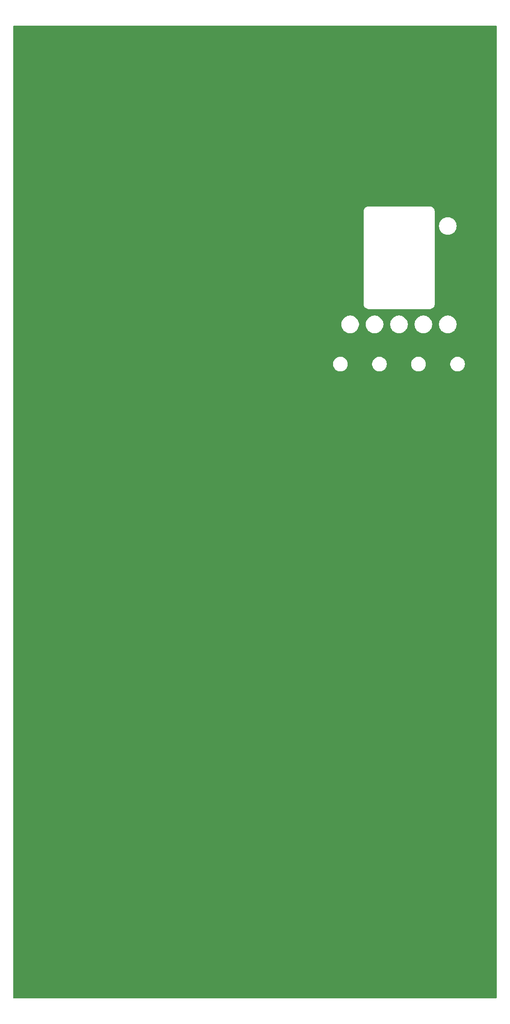
<source format=gtl>
G04 #@! TF.GenerationSoftware,KiCad,Pcbnew,8.0.3*
G04 #@! TF.CreationDate,2024-09-16T16:37:34+02:00*
G04 #@! TF.ProjectId,DMH_VCO_40106_PANEL,444d485f-5643-44f5-9f34-303130365f50,1*
G04 #@! TF.SameCoordinates,Original*
G04 #@! TF.FileFunction,Copper,L1,Top*
G04 #@! TF.FilePolarity,Positive*
%FSLAX46Y46*%
G04 Gerber Fmt 4.6, Leading zero omitted, Abs format (unit mm)*
G04 Created by KiCad (PCBNEW 8.0.3) date 2024-09-16 16:37:34*
%MOMM*%
%LPD*%
G01*
G04 APERTURE LIST*
G04 #@! TA.AperFunction,ComponentPad*
%ADD10C,0.500000*%
G04 #@! TD*
G04 #@! TA.AperFunction,ConnectorPad*
%ADD11C,12.000000*%
G04 #@! TD*
G04 #@! TA.AperFunction,ComponentPad*
%ADD12O,2.500000X1.500000*%
G04 #@! TD*
G04 #@! TA.AperFunction,ComponentPad*
%ADD13C,4.000000*%
G04 #@! TD*
G04 #@! TA.AperFunction,ComponentPad*
%ADD14C,2.900000*%
G04 #@! TD*
G04 #@! TA.AperFunction,ComponentPad*
%ADD15C,13.000000*%
G04 #@! TD*
G04 APERTURE END LIST*
D10*
X56800000Y-228750000D03*
X58460000Y-224720000D03*
X58470000Y-232790000D03*
X62500000Y-223050000D03*
D11*
X62500000Y-228750000D03*
D10*
X62500000Y-234450000D03*
X66530000Y-232790000D03*
X66540000Y-224720000D03*
X68200000Y-228750000D03*
X131800000Y-206250000D03*
X133460000Y-202220000D03*
X133470000Y-210290000D03*
X137500000Y-200550000D03*
D11*
X137500000Y-206250000D03*
D10*
X137500000Y-211950000D03*
X141530000Y-210290000D03*
X141540000Y-202220000D03*
X143200000Y-206250000D03*
X81800000Y-206250000D03*
X83460000Y-202220000D03*
X83470000Y-210290000D03*
X87500000Y-200550000D03*
D11*
X87500000Y-206250000D03*
D10*
X87500000Y-211950000D03*
X91530000Y-210290000D03*
X91540000Y-202220000D03*
X93200000Y-206250000D03*
X56800000Y-206250000D03*
X58460000Y-202220000D03*
X58470000Y-210290000D03*
X62500000Y-200550000D03*
D11*
X62500000Y-206250000D03*
D10*
X62500000Y-211950000D03*
X66530000Y-210290000D03*
X66540000Y-202220000D03*
X68200000Y-206250000D03*
X106800000Y-206250000D03*
X108460000Y-202220000D03*
X108470000Y-210290000D03*
X112500000Y-200550000D03*
D11*
X112500000Y-206250000D03*
D10*
X112500000Y-211950000D03*
X116530000Y-210290000D03*
X116540000Y-202220000D03*
X118200000Y-206250000D03*
X81800000Y-228750000D03*
X83460000Y-224720000D03*
X83470000Y-232790000D03*
X87500000Y-223050000D03*
D11*
X87500000Y-228750000D03*
D10*
X87500000Y-234450000D03*
X91530000Y-232790000D03*
X91540000Y-224720000D03*
X93200000Y-228750000D03*
X56800000Y-183750000D03*
X58460000Y-179720000D03*
X58470000Y-187790000D03*
X62500000Y-178050000D03*
D11*
X62500000Y-183750000D03*
D10*
X62500000Y-189450000D03*
X66530000Y-187790000D03*
X66540000Y-179720000D03*
X68200000Y-183750000D03*
X106800000Y-228750000D03*
X108460000Y-224720000D03*
X108470000Y-232790000D03*
X112500000Y-223050000D03*
D11*
X112500000Y-228750000D03*
D10*
X112500000Y-234450000D03*
X116530000Y-232790000D03*
X116540000Y-224720000D03*
X118200000Y-228750000D03*
D11*
X87500000Y-183750000D03*
D12*
X87500000Y-189750000D03*
D11*
X81000000Y-92000000D03*
D12*
X81000000Y-98000000D03*
D13*
X54000000Y-246000000D03*
X146000000Y-54000000D03*
D11*
X131500000Y-146000000D03*
D12*
X131500000Y-152000000D03*
D13*
X54000000Y-54000000D03*
D11*
X137500000Y-183750000D03*
D12*
X137500000Y-189750000D03*
D14*
X139500000Y-65600000D03*
D15*
X139500000Y-72000000D03*
D13*
X146000000Y-246000000D03*
D14*
X62500000Y-139600000D03*
D15*
X62500000Y-146000000D03*
D11*
X93500000Y-146000000D03*
D12*
X93500000Y-152000000D03*
D14*
X119500000Y-65600000D03*
D15*
X119500000Y-72000000D03*
D11*
X112500000Y-183750000D03*
D12*
X112500000Y-189750000D03*
D10*
X131800000Y-228750000D03*
X133460000Y-224720000D03*
X133470000Y-232790000D03*
X137500000Y-223050000D03*
D11*
X137500000Y-228750000D03*
D10*
X137500000Y-234450000D03*
X141530000Y-232790000D03*
X141540000Y-224720000D03*
X143200000Y-228750000D03*
G04 #@! TA.AperFunction,Conductor*
G36*
X149442539Y-50520185D02*
G01*
X149488294Y-50572989D01*
X149499500Y-50624500D01*
X149499500Y-249375500D01*
X149479815Y-249442539D01*
X149427011Y-249488294D01*
X149375500Y-249499500D01*
X50624500Y-249499500D01*
X50557461Y-249479815D01*
X50511706Y-249427011D01*
X50500500Y-249375500D01*
X50500500Y-228749993D01*
X57094630Y-228749993D01*
X57094630Y-228750006D01*
X57114101Y-229208394D01*
X57172381Y-229663513D01*
X57269043Y-230112028D01*
X57403399Y-230550746D01*
X57403401Y-230550751D01*
X57574468Y-230976468D01*
X57574472Y-230976479D01*
X57781026Y-231386154D01*
X57781037Y-231386174D01*
X57901317Y-231581521D01*
X58021599Y-231776871D01*
X58294429Y-232145762D01*
X58597560Y-232490186D01*
X58928809Y-232807662D01*
X59285788Y-233095902D01*
X59665925Y-233352830D01*
X60066482Y-233576595D01*
X60066485Y-233576596D01*
X60066494Y-233576601D01*
X60484566Y-233765581D01*
X60484573Y-233765584D01*
X60917185Y-233918435D01*
X61361201Y-234034048D01*
X61813422Y-234111589D01*
X61954946Y-234123634D01*
X62270571Y-234150499D01*
X62270588Y-234150499D01*
X62270590Y-234150500D01*
X62270591Y-234150500D01*
X62729409Y-234150500D01*
X62729410Y-234150500D01*
X62729411Y-234150499D01*
X62729428Y-234150499D01*
X63001523Y-234127339D01*
X63186578Y-234111589D01*
X63638799Y-234034048D01*
X64082815Y-233918435D01*
X64515427Y-233765584D01*
X64933518Y-233576595D01*
X65334075Y-233352830D01*
X65714212Y-233095902D01*
X66071191Y-232807662D01*
X66402440Y-232490186D01*
X66705571Y-232145762D01*
X66978401Y-231776871D01*
X67218964Y-231386172D01*
X67425527Y-230976479D01*
X67596601Y-230550744D01*
X67730955Y-230112035D01*
X67827619Y-229663512D01*
X67885897Y-229208407D01*
X67905370Y-228750000D01*
X67905370Y-228749993D01*
X82094630Y-228749993D01*
X82094630Y-228750006D01*
X82114101Y-229208394D01*
X82172381Y-229663513D01*
X82269043Y-230112028D01*
X82403399Y-230550746D01*
X82403401Y-230550751D01*
X82574468Y-230976468D01*
X82574472Y-230976479D01*
X82781026Y-231386154D01*
X82781037Y-231386174D01*
X82901317Y-231581521D01*
X83021599Y-231776871D01*
X83294429Y-232145762D01*
X83597560Y-232490186D01*
X83928809Y-232807662D01*
X84285788Y-233095902D01*
X84665925Y-233352830D01*
X85066482Y-233576595D01*
X85066485Y-233576596D01*
X85066494Y-233576601D01*
X85484566Y-233765581D01*
X85484573Y-233765584D01*
X85917185Y-233918435D01*
X86361201Y-234034048D01*
X86813422Y-234111589D01*
X86954946Y-234123634D01*
X87270571Y-234150499D01*
X87270588Y-234150499D01*
X87270590Y-234150500D01*
X87270591Y-234150500D01*
X87729409Y-234150500D01*
X87729410Y-234150500D01*
X87729411Y-234150499D01*
X87729428Y-234150499D01*
X88001523Y-234127339D01*
X88186578Y-234111589D01*
X88638799Y-234034048D01*
X89082815Y-233918435D01*
X89515427Y-233765584D01*
X89933518Y-233576595D01*
X90334075Y-233352830D01*
X90714212Y-233095902D01*
X91071191Y-232807662D01*
X91402440Y-232490186D01*
X91705571Y-232145762D01*
X91978401Y-231776871D01*
X92218964Y-231386172D01*
X92425527Y-230976479D01*
X92596601Y-230550744D01*
X92730955Y-230112035D01*
X92827619Y-229663512D01*
X92885897Y-229208407D01*
X92905370Y-228750000D01*
X92905370Y-228749993D01*
X107094630Y-228749993D01*
X107094630Y-228750006D01*
X107114101Y-229208394D01*
X107172381Y-229663513D01*
X107269043Y-230112028D01*
X107403399Y-230550746D01*
X107403401Y-230550751D01*
X107574468Y-230976468D01*
X107574472Y-230976479D01*
X107781026Y-231386154D01*
X107781037Y-231386174D01*
X107901317Y-231581521D01*
X108021599Y-231776871D01*
X108294429Y-232145762D01*
X108597560Y-232490186D01*
X108928809Y-232807662D01*
X109285788Y-233095902D01*
X109665925Y-233352830D01*
X110066482Y-233576595D01*
X110066485Y-233576596D01*
X110066494Y-233576601D01*
X110484566Y-233765581D01*
X110484573Y-233765584D01*
X110917185Y-233918435D01*
X111361201Y-234034048D01*
X111813422Y-234111589D01*
X111954946Y-234123634D01*
X112270571Y-234150499D01*
X112270588Y-234150499D01*
X112270590Y-234150500D01*
X112270591Y-234150500D01*
X112729409Y-234150500D01*
X112729410Y-234150500D01*
X112729411Y-234150499D01*
X112729428Y-234150499D01*
X113001523Y-234127339D01*
X113186578Y-234111589D01*
X113638799Y-234034048D01*
X114082815Y-233918435D01*
X114515427Y-233765584D01*
X114933518Y-233576595D01*
X115334075Y-233352830D01*
X115714212Y-233095902D01*
X116071191Y-232807662D01*
X116402440Y-232490186D01*
X116705571Y-232145762D01*
X116978401Y-231776871D01*
X117218964Y-231386172D01*
X117425527Y-230976479D01*
X117596601Y-230550744D01*
X117730955Y-230112035D01*
X117827619Y-229663512D01*
X117885897Y-229208407D01*
X117905370Y-228750000D01*
X117905370Y-228749993D01*
X132094630Y-228749993D01*
X132094630Y-228750006D01*
X132114101Y-229208394D01*
X132172381Y-229663513D01*
X132269043Y-230112028D01*
X132403399Y-230550746D01*
X132403401Y-230550751D01*
X132574468Y-230976468D01*
X132574472Y-230976479D01*
X132781026Y-231386154D01*
X132781037Y-231386174D01*
X132901317Y-231581521D01*
X133021599Y-231776871D01*
X133294429Y-232145762D01*
X133597560Y-232490186D01*
X133928809Y-232807662D01*
X134285788Y-233095902D01*
X134665925Y-233352830D01*
X135066482Y-233576595D01*
X135066485Y-233576596D01*
X135066494Y-233576601D01*
X135484566Y-233765581D01*
X135484573Y-233765584D01*
X135917185Y-233918435D01*
X136361201Y-234034048D01*
X136813422Y-234111589D01*
X136954946Y-234123634D01*
X137270571Y-234150499D01*
X137270588Y-234150499D01*
X137270590Y-234150500D01*
X137270591Y-234150500D01*
X137729409Y-234150500D01*
X137729410Y-234150500D01*
X137729411Y-234150499D01*
X137729428Y-234150499D01*
X138001523Y-234127339D01*
X138186578Y-234111589D01*
X138638799Y-234034048D01*
X139082815Y-233918435D01*
X139515427Y-233765584D01*
X139933518Y-233576595D01*
X140334075Y-233352830D01*
X140714212Y-233095902D01*
X141071191Y-232807662D01*
X141402440Y-232490186D01*
X141705571Y-232145762D01*
X141978401Y-231776871D01*
X142218964Y-231386172D01*
X142425527Y-230976479D01*
X142596601Y-230550744D01*
X142730955Y-230112035D01*
X142827619Y-229663512D01*
X142885897Y-229208407D01*
X142905370Y-228750000D01*
X142885897Y-228291593D01*
X142827619Y-227836488D01*
X142730955Y-227387965D01*
X142596601Y-226949256D01*
X142425527Y-226523521D01*
X142425527Y-226523520D01*
X142218973Y-226113845D01*
X142218962Y-226113825D01*
X142167601Y-226030410D01*
X141978401Y-225723129D01*
X141705571Y-225354238D01*
X141402440Y-225009814D01*
X141071191Y-224692338D01*
X140714212Y-224404098D01*
X140334075Y-224147170D01*
X140311723Y-224134683D01*
X139933526Y-223923409D01*
X139933505Y-223923398D01*
X139515433Y-223734418D01*
X139082810Y-223581563D01*
X138638797Y-223465951D01*
X138186588Y-223388412D01*
X138186562Y-223388409D01*
X137729428Y-223349500D01*
X137729410Y-223349500D01*
X137270590Y-223349500D01*
X137270571Y-223349500D01*
X136813437Y-223388409D01*
X136813411Y-223388412D01*
X136361202Y-223465951D01*
X135917189Y-223581563D01*
X135484566Y-223734418D01*
X135066494Y-223923398D01*
X135066473Y-223923409D01*
X134665933Y-224147165D01*
X134665914Y-224147177D01*
X134285793Y-224404094D01*
X133928806Y-224692340D01*
X133597559Y-225009814D01*
X133294435Y-225354230D01*
X133021598Y-225723130D01*
X132781037Y-226113825D01*
X132781026Y-226113845D01*
X132574472Y-226523520D01*
X132574468Y-226523531D01*
X132403401Y-226949248D01*
X132403399Y-226949253D01*
X132269043Y-227387971D01*
X132172381Y-227836486D01*
X132114101Y-228291605D01*
X132094630Y-228749993D01*
X117905370Y-228749993D01*
X117885897Y-228291593D01*
X117827619Y-227836488D01*
X117730955Y-227387965D01*
X117596601Y-226949256D01*
X117425527Y-226523521D01*
X117425527Y-226523520D01*
X117218973Y-226113845D01*
X117218962Y-226113825D01*
X117167601Y-226030410D01*
X116978401Y-225723129D01*
X116705571Y-225354238D01*
X116402440Y-225009814D01*
X116071191Y-224692338D01*
X115714212Y-224404098D01*
X115334075Y-224147170D01*
X115311723Y-224134683D01*
X114933526Y-223923409D01*
X114933505Y-223923398D01*
X114515433Y-223734418D01*
X114082810Y-223581563D01*
X113638797Y-223465951D01*
X113186588Y-223388412D01*
X113186562Y-223388409D01*
X112729428Y-223349500D01*
X112729410Y-223349500D01*
X112270590Y-223349500D01*
X112270571Y-223349500D01*
X111813437Y-223388409D01*
X111813411Y-223388412D01*
X111361202Y-223465951D01*
X110917189Y-223581563D01*
X110484566Y-223734418D01*
X110066494Y-223923398D01*
X110066473Y-223923409D01*
X109665933Y-224147165D01*
X109665914Y-224147177D01*
X109285793Y-224404094D01*
X108928806Y-224692340D01*
X108597559Y-225009814D01*
X108294435Y-225354230D01*
X108021598Y-225723130D01*
X107781037Y-226113825D01*
X107781026Y-226113845D01*
X107574472Y-226523520D01*
X107574468Y-226523531D01*
X107403401Y-226949248D01*
X107403399Y-226949253D01*
X107269043Y-227387971D01*
X107172381Y-227836486D01*
X107114101Y-228291605D01*
X107094630Y-228749993D01*
X92905370Y-228749993D01*
X92885897Y-228291593D01*
X92827619Y-227836488D01*
X92730955Y-227387965D01*
X92596601Y-226949256D01*
X92425527Y-226523521D01*
X92425527Y-226523520D01*
X92218973Y-226113845D01*
X92218962Y-226113825D01*
X92167601Y-226030410D01*
X91978401Y-225723129D01*
X91705571Y-225354238D01*
X91402440Y-225009814D01*
X91071191Y-224692338D01*
X90714212Y-224404098D01*
X90334075Y-224147170D01*
X90311723Y-224134683D01*
X89933526Y-223923409D01*
X89933505Y-223923398D01*
X89515433Y-223734418D01*
X89082810Y-223581563D01*
X88638797Y-223465951D01*
X88186588Y-223388412D01*
X88186562Y-223388409D01*
X87729428Y-223349500D01*
X87729410Y-223349500D01*
X87270590Y-223349500D01*
X87270571Y-223349500D01*
X86813437Y-223388409D01*
X86813411Y-223388412D01*
X86361202Y-223465951D01*
X85917189Y-223581563D01*
X85484566Y-223734418D01*
X85066494Y-223923398D01*
X85066473Y-223923409D01*
X84665933Y-224147165D01*
X84665914Y-224147177D01*
X84285793Y-224404094D01*
X83928806Y-224692340D01*
X83597559Y-225009814D01*
X83294435Y-225354230D01*
X83021598Y-225723130D01*
X82781037Y-226113825D01*
X82781026Y-226113845D01*
X82574472Y-226523520D01*
X82574468Y-226523531D01*
X82403401Y-226949248D01*
X82403399Y-226949253D01*
X82269043Y-227387971D01*
X82172381Y-227836486D01*
X82114101Y-228291605D01*
X82094630Y-228749993D01*
X67905370Y-228749993D01*
X67885897Y-228291593D01*
X67827619Y-227836488D01*
X67730955Y-227387965D01*
X67596601Y-226949256D01*
X67425527Y-226523521D01*
X67425527Y-226523520D01*
X67218973Y-226113845D01*
X67218962Y-226113825D01*
X67167601Y-226030410D01*
X66978401Y-225723129D01*
X66705571Y-225354238D01*
X66402440Y-225009814D01*
X66071191Y-224692338D01*
X65714212Y-224404098D01*
X65334075Y-224147170D01*
X65311723Y-224134683D01*
X64933526Y-223923409D01*
X64933505Y-223923398D01*
X64515433Y-223734418D01*
X64082810Y-223581563D01*
X63638797Y-223465951D01*
X63186588Y-223388412D01*
X63186562Y-223388409D01*
X62729428Y-223349500D01*
X62729410Y-223349500D01*
X62270590Y-223349500D01*
X62270571Y-223349500D01*
X61813437Y-223388409D01*
X61813411Y-223388412D01*
X61361202Y-223465951D01*
X60917189Y-223581563D01*
X60484566Y-223734418D01*
X60066494Y-223923398D01*
X60066473Y-223923409D01*
X59665933Y-224147165D01*
X59665914Y-224147177D01*
X59285793Y-224404094D01*
X58928806Y-224692340D01*
X58597559Y-225009814D01*
X58294435Y-225354230D01*
X58021598Y-225723130D01*
X57781037Y-226113825D01*
X57781026Y-226113845D01*
X57574472Y-226523520D01*
X57574468Y-226523531D01*
X57403401Y-226949248D01*
X57403399Y-226949253D01*
X57269043Y-227387971D01*
X57172381Y-227836486D01*
X57114101Y-228291605D01*
X57094630Y-228749993D01*
X50500500Y-228749993D01*
X50500500Y-206249993D01*
X57094630Y-206249993D01*
X57094630Y-206250006D01*
X57114101Y-206708394D01*
X57172381Y-207163513D01*
X57269043Y-207612028D01*
X57403399Y-208050746D01*
X57403401Y-208050751D01*
X57574468Y-208476468D01*
X57574472Y-208476479D01*
X57781026Y-208886154D01*
X57781037Y-208886174D01*
X57901317Y-209081521D01*
X58021599Y-209276871D01*
X58294429Y-209645762D01*
X58597560Y-209990186D01*
X58928809Y-210307662D01*
X59285788Y-210595902D01*
X59665925Y-210852830D01*
X60066482Y-211076595D01*
X60066485Y-211076596D01*
X60066494Y-211076601D01*
X60484566Y-211265581D01*
X60484573Y-211265584D01*
X60917185Y-211418435D01*
X61361201Y-211534048D01*
X61813422Y-211611589D01*
X61954946Y-211623634D01*
X62270571Y-211650499D01*
X62270588Y-211650499D01*
X62270590Y-211650500D01*
X62270591Y-211650500D01*
X62729409Y-211650500D01*
X62729410Y-211650500D01*
X62729411Y-211650499D01*
X62729428Y-211650499D01*
X63001523Y-211627339D01*
X63186578Y-211611589D01*
X63638799Y-211534048D01*
X64082815Y-211418435D01*
X64515427Y-211265584D01*
X64933518Y-211076595D01*
X65334075Y-210852830D01*
X65714212Y-210595902D01*
X66071191Y-210307662D01*
X66402440Y-209990186D01*
X66705571Y-209645762D01*
X66978401Y-209276871D01*
X67218964Y-208886172D01*
X67425527Y-208476479D01*
X67596601Y-208050744D01*
X67730955Y-207612035D01*
X67827619Y-207163512D01*
X67885897Y-206708407D01*
X67905370Y-206250000D01*
X67905370Y-206249993D01*
X82094630Y-206249993D01*
X82094630Y-206250006D01*
X82114101Y-206708394D01*
X82172381Y-207163513D01*
X82269043Y-207612028D01*
X82403399Y-208050746D01*
X82403401Y-208050751D01*
X82574468Y-208476468D01*
X82574472Y-208476479D01*
X82781026Y-208886154D01*
X82781037Y-208886174D01*
X82901317Y-209081521D01*
X83021599Y-209276871D01*
X83294429Y-209645762D01*
X83597560Y-209990186D01*
X83928809Y-210307662D01*
X84285788Y-210595902D01*
X84665925Y-210852830D01*
X85066482Y-211076595D01*
X85066485Y-211076596D01*
X85066494Y-211076601D01*
X85484566Y-211265581D01*
X85484573Y-211265584D01*
X85917185Y-211418435D01*
X86361201Y-211534048D01*
X86813422Y-211611589D01*
X86954946Y-211623634D01*
X87270571Y-211650499D01*
X87270588Y-211650499D01*
X87270590Y-211650500D01*
X87270591Y-211650500D01*
X87729409Y-211650500D01*
X87729410Y-211650500D01*
X87729411Y-211650499D01*
X87729428Y-211650499D01*
X88001523Y-211627339D01*
X88186578Y-211611589D01*
X88638799Y-211534048D01*
X89082815Y-211418435D01*
X89515427Y-211265584D01*
X89933518Y-211076595D01*
X90334075Y-210852830D01*
X90714212Y-210595902D01*
X91071191Y-210307662D01*
X91402440Y-209990186D01*
X91705571Y-209645762D01*
X91978401Y-209276871D01*
X92218964Y-208886172D01*
X92425527Y-208476479D01*
X92596601Y-208050744D01*
X92730955Y-207612035D01*
X92827619Y-207163512D01*
X92885897Y-206708407D01*
X92905370Y-206250000D01*
X92905370Y-206249993D01*
X107094630Y-206249993D01*
X107094630Y-206250006D01*
X107114101Y-206708394D01*
X107172381Y-207163513D01*
X107269043Y-207612028D01*
X107403399Y-208050746D01*
X107403401Y-208050751D01*
X107574468Y-208476468D01*
X107574472Y-208476479D01*
X107781026Y-208886154D01*
X107781037Y-208886174D01*
X107901317Y-209081521D01*
X108021599Y-209276871D01*
X108294429Y-209645762D01*
X108597560Y-209990186D01*
X108928809Y-210307662D01*
X109285788Y-210595902D01*
X109665925Y-210852830D01*
X110066482Y-211076595D01*
X110066485Y-211076596D01*
X110066494Y-211076601D01*
X110484566Y-211265581D01*
X110484573Y-211265584D01*
X110917185Y-211418435D01*
X111361201Y-211534048D01*
X111813422Y-211611589D01*
X111954946Y-211623634D01*
X112270571Y-211650499D01*
X112270588Y-211650499D01*
X112270590Y-211650500D01*
X112270591Y-211650500D01*
X112729409Y-211650500D01*
X112729410Y-211650500D01*
X112729411Y-211650499D01*
X112729428Y-211650499D01*
X113001523Y-211627339D01*
X113186578Y-211611589D01*
X113638799Y-211534048D01*
X114082815Y-211418435D01*
X114515427Y-211265584D01*
X114933518Y-211076595D01*
X115334075Y-210852830D01*
X115714212Y-210595902D01*
X116071191Y-210307662D01*
X116402440Y-209990186D01*
X116705571Y-209645762D01*
X116978401Y-209276871D01*
X117218964Y-208886172D01*
X117425527Y-208476479D01*
X117596601Y-208050744D01*
X117730955Y-207612035D01*
X117827619Y-207163512D01*
X117885897Y-206708407D01*
X117905370Y-206250000D01*
X117905370Y-206249993D01*
X132094630Y-206249993D01*
X132094630Y-206250006D01*
X132114101Y-206708394D01*
X132172381Y-207163513D01*
X132269043Y-207612028D01*
X132403399Y-208050746D01*
X132403401Y-208050751D01*
X132574468Y-208476468D01*
X132574472Y-208476479D01*
X132781026Y-208886154D01*
X132781037Y-208886174D01*
X132901317Y-209081521D01*
X133021599Y-209276871D01*
X133294429Y-209645762D01*
X133597560Y-209990186D01*
X133928809Y-210307662D01*
X134285788Y-210595902D01*
X134665925Y-210852830D01*
X135066482Y-211076595D01*
X135066485Y-211076596D01*
X135066494Y-211076601D01*
X135484566Y-211265581D01*
X135484573Y-211265584D01*
X135917185Y-211418435D01*
X136361201Y-211534048D01*
X136813422Y-211611589D01*
X136954946Y-211623634D01*
X137270571Y-211650499D01*
X137270588Y-211650499D01*
X137270590Y-211650500D01*
X137270591Y-211650500D01*
X137729409Y-211650500D01*
X137729410Y-211650500D01*
X137729411Y-211650499D01*
X137729428Y-211650499D01*
X138001523Y-211627339D01*
X138186578Y-211611589D01*
X138638799Y-211534048D01*
X139082815Y-211418435D01*
X139515427Y-211265584D01*
X139933518Y-211076595D01*
X140334075Y-210852830D01*
X140714212Y-210595902D01*
X141071191Y-210307662D01*
X141402440Y-209990186D01*
X141705571Y-209645762D01*
X141978401Y-209276871D01*
X142218964Y-208886172D01*
X142425527Y-208476479D01*
X142596601Y-208050744D01*
X142730955Y-207612035D01*
X142827619Y-207163512D01*
X142885897Y-206708407D01*
X142905370Y-206250000D01*
X142885897Y-205791593D01*
X142827619Y-205336488D01*
X142730955Y-204887965D01*
X142596601Y-204449256D01*
X142425527Y-204023521D01*
X142425527Y-204023520D01*
X142218973Y-203613845D01*
X142218962Y-203613825D01*
X142167601Y-203530410D01*
X141978401Y-203223129D01*
X141705571Y-202854238D01*
X141402440Y-202509814D01*
X141071191Y-202192338D01*
X140714212Y-201904098D01*
X140334075Y-201647170D01*
X140311723Y-201634683D01*
X139933526Y-201423409D01*
X139933505Y-201423398D01*
X139515433Y-201234418D01*
X139082810Y-201081563D01*
X138638797Y-200965951D01*
X138186588Y-200888412D01*
X138186562Y-200888409D01*
X137729428Y-200849500D01*
X137729410Y-200849500D01*
X137270590Y-200849500D01*
X137270571Y-200849500D01*
X136813437Y-200888409D01*
X136813411Y-200888412D01*
X136361202Y-200965951D01*
X135917189Y-201081563D01*
X135484566Y-201234418D01*
X135066494Y-201423398D01*
X135066473Y-201423409D01*
X134665933Y-201647165D01*
X134665914Y-201647177D01*
X134285793Y-201904094D01*
X133928806Y-202192340D01*
X133597559Y-202509814D01*
X133294435Y-202854230D01*
X133021598Y-203223130D01*
X132781037Y-203613825D01*
X132781026Y-203613845D01*
X132574472Y-204023520D01*
X132574468Y-204023531D01*
X132403401Y-204449248D01*
X132403399Y-204449253D01*
X132269043Y-204887971D01*
X132172381Y-205336486D01*
X132114101Y-205791605D01*
X132094630Y-206249993D01*
X117905370Y-206249993D01*
X117885897Y-205791593D01*
X117827619Y-205336488D01*
X117730955Y-204887965D01*
X117596601Y-204449256D01*
X117425527Y-204023521D01*
X117425527Y-204023520D01*
X117218973Y-203613845D01*
X117218962Y-203613825D01*
X117167601Y-203530410D01*
X116978401Y-203223129D01*
X116705571Y-202854238D01*
X116402440Y-202509814D01*
X116071191Y-202192338D01*
X115714212Y-201904098D01*
X115334075Y-201647170D01*
X115311723Y-201634683D01*
X114933526Y-201423409D01*
X114933505Y-201423398D01*
X114515433Y-201234418D01*
X114082810Y-201081563D01*
X113638797Y-200965951D01*
X113186588Y-200888412D01*
X113186562Y-200888409D01*
X112729428Y-200849500D01*
X112729410Y-200849500D01*
X112270590Y-200849500D01*
X112270571Y-200849500D01*
X111813437Y-200888409D01*
X111813411Y-200888412D01*
X111361202Y-200965951D01*
X110917189Y-201081563D01*
X110484566Y-201234418D01*
X110066494Y-201423398D01*
X110066473Y-201423409D01*
X109665933Y-201647165D01*
X109665914Y-201647177D01*
X109285793Y-201904094D01*
X108928806Y-202192340D01*
X108597559Y-202509814D01*
X108294435Y-202854230D01*
X108021598Y-203223130D01*
X107781037Y-203613825D01*
X107781026Y-203613845D01*
X107574472Y-204023520D01*
X107574468Y-204023531D01*
X107403401Y-204449248D01*
X107403399Y-204449253D01*
X107269043Y-204887971D01*
X107172381Y-205336486D01*
X107114101Y-205791605D01*
X107094630Y-206249993D01*
X92905370Y-206249993D01*
X92885897Y-205791593D01*
X92827619Y-205336488D01*
X92730955Y-204887965D01*
X92596601Y-204449256D01*
X92425527Y-204023521D01*
X92425527Y-204023520D01*
X92218973Y-203613845D01*
X92218962Y-203613825D01*
X92167601Y-203530410D01*
X91978401Y-203223129D01*
X91705571Y-202854238D01*
X91402440Y-202509814D01*
X91071191Y-202192338D01*
X90714212Y-201904098D01*
X90334075Y-201647170D01*
X90311723Y-201634683D01*
X89933526Y-201423409D01*
X89933505Y-201423398D01*
X89515433Y-201234418D01*
X89082810Y-201081563D01*
X88638797Y-200965951D01*
X88186588Y-200888412D01*
X88186562Y-200888409D01*
X87729428Y-200849500D01*
X87729410Y-200849500D01*
X87270590Y-200849500D01*
X87270571Y-200849500D01*
X86813437Y-200888409D01*
X86813411Y-200888412D01*
X86361202Y-200965951D01*
X85917189Y-201081563D01*
X85484566Y-201234418D01*
X85066494Y-201423398D01*
X85066473Y-201423409D01*
X84665933Y-201647165D01*
X84665914Y-201647177D01*
X84285793Y-201904094D01*
X83928806Y-202192340D01*
X83597559Y-202509814D01*
X83294435Y-202854230D01*
X83021598Y-203223130D01*
X82781037Y-203613825D01*
X82781026Y-203613845D01*
X82574472Y-204023520D01*
X82574468Y-204023531D01*
X82403401Y-204449248D01*
X82403399Y-204449253D01*
X82269043Y-204887971D01*
X82172381Y-205336486D01*
X82114101Y-205791605D01*
X82094630Y-206249993D01*
X67905370Y-206249993D01*
X67885897Y-205791593D01*
X67827619Y-205336488D01*
X67730955Y-204887965D01*
X67596601Y-204449256D01*
X67425527Y-204023521D01*
X67425527Y-204023520D01*
X67218973Y-203613845D01*
X67218962Y-203613825D01*
X67167601Y-203530410D01*
X66978401Y-203223129D01*
X66705571Y-202854238D01*
X66402440Y-202509814D01*
X66071191Y-202192338D01*
X65714212Y-201904098D01*
X65334075Y-201647170D01*
X65311723Y-201634683D01*
X64933526Y-201423409D01*
X64933505Y-201423398D01*
X64515433Y-201234418D01*
X64082810Y-201081563D01*
X63638797Y-200965951D01*
X63186588Y-200888412D01*
X63186562Y-200888409D01*
X62729428Y-200849500D01*
X62729410Y-200849500D01*
X62270590Y-200849500D01*
X62270571Y-200849500D01*
X61813437Y-200888409D01*
X61813411Y-200888412D01*
X61361202Y-200965951D01*
X60917189Y-201081563D01*
X60484566Y-201234418D01*
X60066494Y-201423398D01*
X60066473Y-201423409D01*
X59665933Y-201647165D01*
X59665914Y-201647177D01*
X59285793Y-201904094D01*
X58928806Y-202192340D01*
X58597559Y-202509814D01*
X58294435Y-202854230D01*
X58021598Y-203223130D01*
X57781037Y-203613825D01*
X57781026Y-203613845D01*
X57574472Y-204023520D01*
X57574468Y-204023531D01*
X57403401Y-204449248D01*
X57403399Y-204449253D01*
X57269043Y-204887971D01*
X57172381Y-205336486D01*
X57114101Y-205791605D01*
X57094630Y-206249993D01*
X50500500Y-206249993D01*
X50500500Y-183749993D01*
X57094630Y-183749993D01*
X57094630Y-183750006D01*
X57114101Y-184208394D01*
X57172381Y-184663513D01*
X57269043Y-185112028D01*
X57403399Y-185550746D01*
X57403401Y-185550751D01*
X57574468Y-185976468D01*
X57574472Y-185976479D01*
X57781026Y-186386154D01*
X57781037Y-186386174D01*
X57853702Y-186504189D01*
X58021599Y-186776871D01*
X58294429Y-187145762D01*
X58294434Y-187145767D01*
X58294435Y-187145769D01*
X58562577Y-187450438D01*
X58597560Y-187490186D01*
X58928809Y-187807662D01*
X59285788Y-188095902D01*
X59665925Y-188352830D01*
X60066482Y-188576595D01*
X60066485Y-188576596D01*
X60066494Y-188576601D01*
X60484566Y-188765581D01*
X60484573Y-188765584D01*
X60917185Y-188918435D01*
X61361201Y-189034048D01*
X61813422Y-189111589D01*
X61954946Y-189123634D01*
X62270571Y-189150499D01*
X62270588Y-189150499D01*
X62270590Y-189150500D01*
X62270591Y-189150500D01*
X62729409Y-189150500D01*
X62729410Y-189150500D01*
X62729411Y-189150499D01*
X62729428Y-189150499D01*
X63001523Y-189127339D01*
X63186578Y-189111589D01*
X63638799Y-189034048D01*
X64082815Y-188918435D01*
X64515427Y-188765584D01*
X64933518Y-188576595D01*
X65334075Y-188352830D01*
X65714212Y-188095902D01*
X66071191Y-187807662D01*
X66402440Y-187490186D01*
X66705571Y-187145762D01*
X66978401Y-186776871D01*
X67218964Y-186386172D01*
X67425527Y-185976479D01*
X67596601Y-185550744D01*
X67730955Y-185112035D01*
X67827619Y-184663512D01*
X67885897Y-184208407D01*
X67905370Y-183750000D01*
X83494675Y-183750000D01*
X83513962Y-184142591D01*
X83513962Y-184142597D01*
X83513963Y-184142599D01*
X83571637Y-184531406D01*
X83667143Y-184912684D01*
X83799561Y-185282770D01*
X83799562Y-185282772D01*
X83967620Y-185638100D01*
X84143632Y-185931757D01*
X84169694Y-185975239D01*
X84283396Y-186128549D01*
X84403846Y-186290956D01*
X84667807Y-186582192D01*
X84892678Y-186786003D01*
X84959049Y-186846158D01*
X85274761Y-187080306D01*
X85387141Y-187147664D01*
X85611899Y-187282379D01*
X85611902Y-187282380D01*
X85611903Y-187282381D01*
X85967228Y-187450438D01*
X86337316Y-187582857D01*
X86718600Y-187678364D01*
X87107409Y-187736038D01*
X87500000Y-187755325D01*
X87892591Y-187736038D01*
X88281400Y-187678364D01*
X88662684Y-187582857D01*
X89032772Y-187450438D01*
X89388097Y-187282381D01*
X89725239Y-187080306D01*
X90040951Y-186846158D01*
X90332192Y-186582192D01*
X90596158Y-186290951D01*
X90830306Y-185975239D01*
X91032381Y-185638097D01*
X91200438Y-185282772D01*
X91332857Y-184912684D01*
X91428364Y-184531400D01*
X91486038Y-184142591D01*
X91505325Y-183750000D01*
X108494675Y-183750000D01*
X108513962Y-184142591D01*
X108513962Y-184142597D01*
X108513963Y-184142599D01*
X108571637Y-184531406D01*
X108667143Y-184912684D01*
X108799561Y-185282770D01*
X108799562Y-185282772D01*
X108967620Y-185638100D01*
X109143632Y-185931757D01*
X109169694Y-185975239D01*
X109283396Y-186128549D01*
X109403846Y-186290956D01*
X109667807Y-186582192D01*
X109892678Y-186786003D01*
X109959049Y-186846158D01*
X110274761Y-187080306D01*
X110387141Y-187147664D01*
X110611899Y-187282379D01*
X110611902Y-187282380D01*
X110611903Y-187282381D01*
X110967228Y-187450438D01*
X111337316Y-187582857D01*
X111718600Y-187678364D01*
X112107409Y-187736038D01*
X112500000Y-187755325D01*
X112892591Y-187736038D01*
X113281400Y-187678364D01*
X113662684Y-187582857D01*
X114032772Y-187450438D01*
X114388097Y-187282381D01*
X114725239Y-187080306D01*
X115040951Y-186846158D01*
X115332192Y-186582192D01*
X115596158Y-186290951D01*
X115830306Y-185975239D01*
X116032381Y-185638097D01*
X116200438Y-185282772D01*
X116332857Y-184912684D01*
X116428364Y-184531400D01*
X116486038Y-184142591D01*
X116505325Y-183750000D01*
X133494675Y-183750000D01*
X133513962Y-184142591D01*
X133513962Y-184142597D01*
X133513963Y-184142599D01*
X133571637Y-184531406D01*
X133667143Y-184912684D01*
X133799561Y-185282770D01*
X133799562Y-185282772D01*
X133967620Y-185638100D01*
X134143632Y-185931757D01*
X134169694Y-185975239D01*
X134283396Y-186128549D01*
X134403846Y-186290956D01*
X134667807Y-186582192D01*
X134892678Y-186786003D01*
X134959049Y-186846158D01*
X135274761Y-187080306D01*
X135387141Y-187147664D01*
X135611899Y-187282379D01*
X135611902Y-187282380D01*
X135611903Y-187282381D01*
X135967228Y-187450438D01*
X136337316Y-187582857D01*
X136718600Y-187678364D01*
X137107409Y-187736038D01*
X137500000Y-187755325D01*
X137892591Y-187736038D01*
X138281400Y-187678364D01*
X138662684Y-187582857D01*
X139032772Y-187450438D01*
X139388097Y-187282381D01*
X139725239Y-187080306D01*
X140040951Y-186846158D01*
X140332192Y-186582192D01*
X140596158Y-186290951D01*
X140830306Y-185975239D01*
X141032381Y-185638097D01*
X141200438Y-185282772D01*
X141332857Y-184912684D01*
X141428364Y-184531400D01*
X141486038Y-184142591D01*
X141505325Y-183750000D01*
X141486038Y-183357409D01*
X141428364Y-182968600D01*
X141332857Y-182587316D01*
X141200438Y-182217228D01*
X141032381Y-181861903D01*
X140830306Y-181524761D01*
X140596158Y-181209049D01*
X140596153Y-181209043D01*
X140332192Y-180917807D01*
X140040956Y-180653846D01*
X139725236Y-180419692D01*
X139388100Y-180217620D01*
X139032772Y-180049562D01*
X139032770Y-180049561D01*
X138662684Y-179917143D01*
X138281406Y-179821637D01*
X138281401Y-179821636D01*
X138281400Y-179821636D01*
X138137256Y-179800254D01*
X137892599Y-179763963D01*
X137892597Y-179763962D01*
X137892591Y-179763962D01*
X137500000Y-179744675D01*
X137107409Y-179763962D01*
X137107403Y-179763962D01*
X137107400Y-179763963D01*
X136718593Y-179821637D01*
X136337315Y-179917143D01*
X135967229Y-180049561D01*
X135967227Y-180049562D01*
X135611899Y-180217620D01*
X135274763Y-180419692D01*
X134959043Y-180653846D01*
X134667807Y-180917807D01*
X134403846Y-181209043D01*
X134169692Y-181524763D01*
X133967620Y-181861899D01*
X133799562Y-182217227D01*
X133799561Y-182217229D01*
X133667143Y-182587315D01*
X133571637Y-182968593D01*
X133517761Y-183331801D01*
X133513962Y-183357409D01*
X133494675Y-183750000D01*
X116505325Y-183750000D01*
X116486038Y-183357409D01*
X116428364Y-182968600D01*
X116332857Y-182587316D01*
X116200438Y-182217228D01*
X116032381Y-181861903D01*
X115830306Y-181524761D01*
X115596158Y-181209049D01*
X115596153Y-181209043D01*
X115332192Y-180917807D01*
X115040956Y-180653846D01*
X114725236Y-180419692D01*
X114388100Y-180217620D01*
X114032772Y-180049562D01*
X114032770Y-180049561D01*
X113662684Y-179917143D01*
X113281406Y-179821637D01*
X113281401Y-179821636D01*
X113281400Y-179821636D01*
X113137256Y-179800254D01*
X112892599Y-179763963D01*
X112892597Y-179763962D01*
X112892591Y-179763962D01*
X112500000Y-179744675D01*
X112107409Y-179763962D01*
X112107403Y-179763962D01*
X112107400Y-179763963D01*
X111718593Y-179821637D01*
X111337315Y-179917143D01*
X110967229Y-180049561D01*
X110967227Y-180049562D01*
X110611899Y-180217620D01*
X110274763Y-180419692D01*
X109959043Y-180653846D01*
X109667807Y-180917807D01*
X109403846Y-181209043D01*
X109169692Y-181524763D01*
X108967620Y-181861899D01*
X108799562Y-182217227D01*
X108799561Y-182217229D01*
X108667143Y-182587315D01*
X108571637Y-182968593D01*
X108517761Y-183331801D01*
X108513962Y-183357409D01*
X108494675Y-183750000D01*
X91505325Y-183750000D01*
X91486038Y-183357409D01*
X91428364Y-182968600D01*
X91332857Y-182587316D01*
X91200438Y-182217228D01*
X91032381Y-181861903D01*
X90830306Y-181524761D01*
X90596158Y-181209049D01*
X90596153Y-181209043D01*
X90332192Y-180917807D01*
X90040956Y-180653846D01*
X89725236Y-180419692D01*
X89388100Y-180217620D01*
X89032772Y-180049562D01*
X89032770Y-180049561D01*
X88662684Y-179917143D01*
X88281406Y-179821637D01*
X88281401Y-179821636D01*
X88281400Y-179821636D01*
X88137256Y-179800254D01*
X87892599Y-179763963D01*
X87892597Y-179763962D01*
X87892591Y-179763962D01*
X87500000Y-179744675D01*
X87107409Y-179763962D01*
X87107403Y-179763962D01*
X87107400Y-179763963D01*
X86718593Y-179821637D01*
X86337315Y-179917143D01*
X85967229Y-180049561D01*
X85967227Y-180049562D01*
X85611899Y-180217620D01*
X85274763Y-180419692D01*
X84959043Y-180653846D01*
X84667807Y-180917807D01*
X84403846Y-181209043D01*
X84169692Y-181524763D01*
X83967620Y-181861899D01*
X83799562Y-182217227D01*
X83799561Y-182217229D01*
X83667143Y-182587315D01*
X83571637Y-182968593D01*
X83517761Y-183331801D01*
X83513962Y-183357409D01*
X83494675Y-183750000D01*
X67905370Y-183750000D01*
X67888693Y-183357409D01*
X67885898Y-183291605D01*
X67885897Y-183291599D01*
X67885897Y-183291593D01*
X67827619Y-182836488D01*
X67730955Y-182387965D01*
X67596601Y-181949256D01*
X67425527Y-181523521D01*
X67425527Y-181523520D01*
X67218973Y-181113845D01*
X67218962Y-181113825D01*
X67146298Y-180995811D01*
X66978401Y-180723129D01*
X66705571Y-180354238D01*
X66402440Y-180009814D01*
X66071191Y-179692338D01*
X65714212Y-179404098D01*
X65334075Y-179147170D01*
X65311723Y-179134683D01*
X64933526Y-178923409D01*
X64933505Y-178923398D01*
X64515433Y-178734418D01*
X64082810Y-178581563D01*
X63638797Y-178465951D01*
X63186588Y-178388412D01*
X63186562Y-178388409D01*
X62729428Y-178349500D01*
X62729410Y-178349500D01*
X62270590Y-178349500D01*
X62270571Y-178349500D01*
X61813437Y-178388409D01*
X61813411Y-178388412D01*
X61361202Y-178465951D01*
X60917189Y-178581563D01*
X60484566Y-178734418D01*
X60066494Y-178923398D01*
X60066473Y-178923409D01*
X59665933Y-179147165D01*
X59665914Y-179147177D01*
X59285793Y-179404094D01*
X58928806Y-179692340D01*
X58597559Y-180009814D01*
X58294435Y-180354230D01*
X58021598Y-180723130D01*
X57781037Y-181113825D01*
X57781026Y-181113845D01*
X57574472Y-181523520D01*
X57574468Y-181523531D01*
X57403401Y-181949248D01*
X57403399Y-181949253D01*
X57269043Y-182387971D01*
X57172381Y-182836486D01*
X57114101Y-183291605D01*
X57094630Y-183749993D01*
X50500500Y-183749993D01*
X50500500Y-146000000D01*
X89494675Y-146000000D01*
X89513962Y-146392591D01*
X89513962Y-146392597D01*
X89513963Y-146392599D01*
X89571637Y-146781406D01*
X89667143Y-147162684D01*
X89799561Y-147532770D01*
X89799562Y-147532772D01*
X89967620Y-147888100D01*
X90169692Y-148225236D01*
X90403846Y-148540956D01*
X90667807Y-148832192D01*
X90959043Y-149096153D01*
X90959049Y-149096158D01*
X91274761Y-149330306D01*
X91274763Y-149330307D01*
X91611899Y-149532379D01*
X91611902Y-149532380D01*
X91611903Y-149532381D01*
X91967228Y-149700438D01*
X92337316Y-149832857D01*
X92718600Y-149928364D01*
X93107409Y-149986038D01*
X93500000Y-150005325D01*
X93892591Y-149986038D01*
X94281400Y-149928364D01*
X94662684Y-149832857D01*
X95032772Y-149700438D01*
X95388097Y-149532381D01*
X95725239Y-149330306D01*
X96040951Y-149096158D01*
X96332192Y-148832192D01*
X96596158Y-148540951D01*
X96830306Y-148225239D01*
X97032381Y-147888097D01*
X97200438Y-147532772D01*
X97332857Y-147162684D01*
X97428364Y-146781400D01*
X97486038Y-146392591D01*
X97505325Y-146000000D01*
X127494675Y-146000000D01*
X127513962Y-146392591D01*
X127513962Y-146392597D01*
X127513963Y-146392599D01*
X127571637Y-146781406D01*
X127667143Y-147162684D01*
X127799561Y-147532770D01*
X127799562Y-147532772D01*
X127967620Y-147888100D01*
X128169692Y-148225236D01*
X128403846Y-148540956D01*
X128667807Y-148832192D01*
X128959043Y-149096153D01*
X128959049Y-149096158D01*
X129274761Y-149330306D01*
X129274763Y-149330307D01*
X129611899Y-149532379D01*
X129611902Y-149532380D01*
X129611903Y-149532381D01*
X129967228Y-149700438D01*
X130337316Y-149832857D01*
X130718600Y-149928364D01*
X131107409Y-149986038D01*
X131500000Y-150005325D01*
X131892591Y-149986038D01*
X132281400Y-149928364D01*
X132662684Y-149832857D01*
X133032772Y-149700438D01*
X133388097Y-149532381D01*
X133725239Y-149330306D01*
X134040951Y-149096158D01*
X134332192Y-148832192D01*
X134596158Y-148540951D01*
X134830306Y-148225239D01*
X135032381Y-147888097D01*
X135200438Y-147532772D01*
X135332857Y-147162684D01*
X135428364Y-146781400D01*
X135486038Y-146392591D01*
X135505325Y-146000000D01*
X135486038Y-145607409D01*
X135428364Y-145218600D01*
X135332857Y-144837316D01*
X135200438Y-144467228D01*
X135032381Y-144111903D01*
X134830306Y-143774761D01*
X134596158Y-143459049D01*
X134596153Y-143459043D01*
X134332192Y-143167807D01*
X134040956Y-142903846D01*
X133725236Y-142669692D01*
X133388100Y-142467620D01*
X133032772Y-142299562D01*
X133032770Y-142299561D01*
X132662684Y-142167143D01*
X132281406Y-142071637D01*
X132281401Y-142071636D01*
X132281400Y-142071636D01*
X132137256Y-142050254D01*
X131892599Y-142013963D01*
X131892597Y-142013962D01*
X131892591Y-142013962D01*
X131500000Y-141994675D01*
X131107409Y-142013962D01*
X131107403Y-142013962D01*
X131107400Y-142013963D01*
X130718593Y-142071637D01*
X130337315Y-142167143D01*
X129967229Y-142299561D01*
X129967227Y-142299562D01*
X129611899Y-142467620D01*
X129274763Y-142669692D01*
X128959043Y-142903846D01*
X128667807Y-143167807D01*
X128403846Y-143459043D01*
X128169692Y-143774763D01*
X127967620Y-144111899D01*
X127799562Y-144467227D01*
X127799561Y-144467229D01*
X127667143Y-144837315D01*
X127571637Y-145218593D01*
X127571636Y-145218600D01*
X127513962Y-145607409D01*
X127494675Y-146000000D01*
X97505325Y-146000000D01*
X97486038Y-145607409D01*
X97428364Y-145218600D01*
X97332857Y-144837316D01*
X97200438Y-144467228D01*
X97032381Y-144111903D01*
X96830306Y-143774761D01*
X96596158Y-143459049D01*
X96596153Y-143459043D01*
X96332192Y-143167807D01*
X96040956Y-142903846D01*
X95725236Y-142669692D01*
X95388100Y-142467620D01*
X95032772Y-142299562D01*
X95032770Y-142299561D01*
X94662684Y-142167143D01*
X94281406Y-142071637D01*
X94281401Y-142071636D01*
X94281400Y-142071636D01*
X94137256Y-142050254D01*
X93892599Y-142013963D01*
X93892597Y-142013962D01*
X93892591Y-142013962D01*
X93500000Y-141994675D01*
X93107409Y-142013962D01*
X93107403Y-142013962D01*
X93107400Y-142013963D01*
X92718593Y-142071637D01*
X92337315Y-142167143D01*
X91967229Y-142299561D01*
X91967227Y-142299562D01*
X91611899Y-142467620D01*
X91274763Y-142669692D01*
X90959043Y-142903846D01*
X90667807Y-143167807D01*
X90403846Y-143459043D01*
X90169692Y-143774763D01*
X89967620Y-144111899D01*
X89799562Y-144467227D01*
X89799561Y-144467229D01*
X89667143Y-144837315D01*
X89571637Y-145218593D01*
X89571636Y-145218600D01*
X89513962Y-145607409D01*
X89494675Y-146000000D01*
X50500500Y-146000000D01*
X50500500Y-119631902D01*
X115999500Y-119631902D01*
X115999500Y-119868097D01*
X116036446Y-120101368D01*
X116109433Y-120325996D01*
X116216657Y-120536433D01*
X116355483Y-120727510D01*
X116522490Y-120894517D01*
X116713567Y-121033343D01*
X116812991Y-121084002D01*
X116924003Y-121140566D01*
X116924005Y-121140566D01*
X116924008Y-121140568D01*
X117044412Y-121179689D01*
X117148631Y-121213553D01*
X117381903Y-121250500D01*
X117381908Y-121250500D01*
X117618097Y-121250500D01*
X117851368Y-121213553D01*
X118075992Y-121140568D01*
X118286433Y-121033343D01*
X118477510Y-120894517D01*
X118644517Y-120727510D01*
X118783343Y-120536433D01*
X118890568Y-120325992D01*
X118963553Y-120101368D01*
X119000500Y-119868097D01*
X119000500Y-119631902D01*
X123999500Y-119631902D01*
X123999500Y-119868097D01*
X124036446Y-120101368D01*
X124109433Y-120325996D01*
X124216657Y-120536433D01*
X124355483Y-120727510D01*
X124522490Y-120894517D01*
X124713567Y-121033343D01*
X124812991Y-121084002D01*
X124924003Y-121140566D01*
X124924005Y-121140566D01*
X124924008Y-121140568D01*
X125044412Y-121179689D01*
X125148631Y-121213553D01*
X125381903Y-121250500D01*
X125381908Y-121250500D01*
X125618097Y-121250500D01*
X125851368Y-121213553D01*
X126075992Y-121140568D01*
X126286433Y-121033343D01*
X126477510Y-120894517D01*
X126644517Y-120727510D01*
X126783343Y-120536433D01*
X126890568Y-120325992D01*
X126963553Y-120101368D01*
X127000500Y-119868097D01*
X127000500Y-119631902D01*
X131999500Y-119631902D01*
X131999500Y-119868097D01*
X132036446Y-120101368D01*
X132109433Y-120325996D01*
X132216657Y-120536433D01*
X132355483Y-120727510D01*
X132522490Y-120894517D01*
X132713567Y-121033343D01*
X132812991Y-121084002D01*
X132924003Y-121140566D01*
X132924005Y-121140566D01*
X132924008Y-121140568D01*
X133044412Y-121179689D01*
X133148631Y-121213553D01*
X133381903Y-121250500D01*
X133381908Y-121250500D01*
X133618097Y-121250500D01*
X133851368Y-121213553D01*
X134075992Y-121140568D01*
X134286433Y-121033343D01*
X134477510Y-120894517D01*
X134644517Y-120727510D01*
X134783343Y-120536433D01*
X134890568Y-120325992D01*
X134963553Y-120101368D01*
X135000500Y-119868097D01*
X135000500Y-119631902D01*
X139999500Y-119631902D01*
X139999500Y-119868097D01*
X140036446Y-120101368D01*
X140109433Y-120325996D01*
X140216657Y-120536433D01*
X140355483Y-120727510D01*
X140522490Y-120894517D01*
X140713567Y-121033343D01*
X140812991Y-121084002D01*
X140924003Y-121140566D01*
X140924005Y-121140566D01*
X140924008Y-121140568D01*
X141044412Y-121179689D01*
X141148631Y-121213553D01*
X141381903Y-121250500D01*
X141381908Y-121250500D01*
X141618097Y-121250500D01*
X141851368Y-121213553D01*
X142075992Y-121140568D01*
X142286433Y-121033343D01*
X142477510Y-120894517D01*
X142644517Y-120727510D01*
X142783343Y-120536433D01*
X142890568Y-120325992D01*
X142963553Y-120101368D01*
X143000500Y-119868097D01*
X143000500Y-119631902D01*
X142963553Y-119398631D01*
X142890566Y-119174003D01*
X142783342Y-118963566D01*
X142644517Y-118772490D01*
X142477510Y-118605483D01*
X142286433Y-118466657D01*
X142075996Y-118359433D01*
X141851368Y-118286446D01*
X141618097Y-118249500D01*
X141618092Y-118249500D01*
X141381908Y-118249500D01*
X141381903Y-118249500D01*
X141148631Y-118286446D01*
X140924003Y-118359433D01*
X140713566Y-118466657D01*
X140604550Y-118545862D01*
X140522490Y-118605483D01*
X140522488Y-118605485D01*
X140522487Y-118605485D01*
X140355485Y-118772487D01*
X140355485Y-118772488D01*
X140355483Y-118772490D01*
X140295862Y-118854550D01*
X140216657Y-118963566D01*
X140109433Y-119174003D01*
X140036446Y-119398631D01*
X139999500Y-119631902D01*
X135000500Y-119631902D01*
X134963553Y-119398631D01*
X134890566Y-119174003D01*
X134783342Y-118963566D01*
X134644517Y-118772490D01*
X134477510Y-118605483D01*
X134286433Y-118466657D01*
X134075996Y-118359433D01*
X133851368Y-118286446D01*
X133618097Y-118249500D01*
X133618092Y-118249500D01*
X133381908Y-118249500D01*
X133381903Y-118249500D01*
X133148631Y-118286446D01*
X132924003Y-118359433D01*
X132713566Y-118466657D01*
X132604550Y-118545862D01*
X132522490Y-118605483D01*
X132522488Y-118605485D01*
X132522487Y-118605485D01*
X132355485Y-118772487D01*
X132355485Y-118772488D01*
X132355483Y-118772490D01*
X132295862Y-118854550D01*
X132216657Y-118963566D01*
X132109433Y-119174003D01*
X132036446Y-119398631D01*
X131999500Y-119631902D01*
X127000500Y-119631902D01*
X126963553Y-119398631D01*
X126890566Y-119174003D01*
X126783342Y-118963566D01*
X126644517Y-118772490D01*
X126477510Y-118605483D01*
X126286433Y-118466657D01*
X126075996Y-118359433D01*
X125851368Y-118286446D01*
X125618097Y-118249500D01*
X125618092Y-118249500D01*
X125381908Y-118249500D01*
X125381903Y-118249500D01*
X125148631Y-118286446D01*
X124924003Y-118359433D01*
X124713566Y-118466657D01*
X124604550Y-118545862D01*
X124522490Y-118605483D01*
X124522488Y-118605485D01*
X124522487Y-118605485D01*
X124355485Y-118772487D01*
X124355485Y-118772488D01*
X124355483Y-118772490D01*
X124295862Y-118854550D01*
X124216657Y-118963566D01*
X124109433Y-119174003D01*
X124036446Y-119398631D01*
X123999500Y-119631902D01*
X119000500Y-119631902D01*
X118963553Y-119398631D01*
X118890566Y-119174003D01*
X118783342Y-118963566D01*
X118644517Y-118772490D01*
X118477510Y-118605483D01*
X118286433Y-118466657D01*
X118075996Y-118359433D01*
X117851368Y-118286446D01*
X117618097Y-118249500D01*
X117618092Y-118249500D01*
X117381908Y-118249500D01*
X117381903Y-118249500D01*
X117148631Y-118286446D01*
X116924003Y-118359433D01*
X116713566Y-118466657D01*
X116604550Y-118545862D01*
X116522490Y-118605483D01*
X116522488Y-118605485D01*
X116522487Y-118605485D01*
X116355485Y-118772487D01*
X116355485Y-118772488D01*
X116355483Y-118772490D01*
X116295862Y-118854550D01*
X116216657Y-118963566D01*
X116109433Y-119174003D01*
X116036446Y-119398631D01*
X115999500Y-119631902D01*
X50500500Y-119631902D01*
X50500500Y-111501995D01*
X117699500Y-111501995D01*
X117699500Y-111738004D01*
X117699501Y-111738020D01*
X117730306Y-111972010D01*
X117791394Y-112199993D01*
X117881714Y-112418045D01*
X117881719Y-112418056D01*
X117952677Y-112540957D01*
X117999727Y-112622450D01*
X117999729Y-112622453D01*
X117999730Y-112622454D01*
X118143406Y-112809697D01*
X118143412Y-112809704D01*
X118310295Y-112976587D01*
X118310301Y-112976592D01*
X118497550Y-113120273D01*
X118628918Y-113196118D01*
X118701943Y-113238280D01*
X118701948Y-113238282D01*
X118701951Y-113238284D01*
X118920007Y-113328606D01*
X119147986Y-113389693D01*
X119381989Y-113420500D01*
X119381996Y-113420500D01*
X119618004Y-113420500D01*
X119618011Y-113420500D01*
X119852014Y-113389693D01*
X120079993Y-113328606D01*
X120298049Y-113238284D01*
X120502450Y-113120273D01*
X120689699Y-112976592D01*
X120856592Y-112809699D01*
X121000273Y-112622450D01*
X121118284Y-112418049D01*
X121208606Y-112199993D01*
X121269693Y-111972014D01*
X121300500Y-111738011D01*
X121300500Y-111501995D01*
X122699500Y-111501995D01*
X122699500Y-111738004D01*
X122699501Y-111738020D01*
X122730306Y-111972010D01*
X122791394Y-112199993D01*
X122881714Y-112418045D01*
X122881719Y-112418056D01*
X122952677Y-112540957D01*
X122999727Y-112622450D01*
X122999729Y-112622453D01*
X122999730Y-112622454D01*
X123143406Y-112809697D01*
X123143412Y-112809704D01*
X123310295Y-112976587D01*
X123310301Y-112976592D01*
X123497550Y-113120273D01*
X123628918Y-113196118D01*
X123701943Y-113238280D01*
X123701948Y-113238282D01*
X123701951Y-113238284D01*
X123920007Y-113328606D01*
X124147986Y-113389693D01*
X124381989Y-113420500D01*
X124381996Y-113420500D01*
X124618004Y-113420500D01*
X124618011Y-113420500D01*
X124852014Y-113389693D01*
X125079993Y-113328606D01*
X125298049Y-113238284D01*
X125502450Y-113120273D01*
X125689699Y-112976592D01*
X125856592Y-112809699D01*
X126000273Y-112622450D01*
X126118284Y-112418049D01*
X126208606Y-112199993D01*
X126269693Y-111972014D01*
X126300500Y-111738011D01*
X126300500Y-111501995D01*
X127699500Y-111501995D01*
X127699500Y-111738004D01*
X127699501Y-111738020D01*
X127730306Y-111972010D01*
X127791394Y-112199993D01*
X127881714Y-112418045D01*
X127881719Y-112418056D01*
X127952677Y-112540957D01*
X127999727Y-112622450D01*
X127999729Y-112622453D01*
X127999730Y-112622454D01*
X128143406Y-112809697D01*
X128143412Y-112809704D01*
X128310295Y-112976587D01*
X128310301Y-112976592D01*
X128497550Y-113120273D01*
X128628918Y-113196118D01*
X128701943Y-113238280D01*
X128701948Y-113238282D01*
X128701951Y-113238284D01*
X128920007Y-113328606D01*
X129147986Y-113389693D01*
X129381989Y-113420500D01*
X129381996Y-113420500D01*
X129618004Y-113420500D01*
X129618011Y-113420500D01*
X129852014Y-113389693D01*
X130079993Y-113328606D01*
X130298049Y-113238284D01*
X130502450Y-113120273D01*
X130689699Y-112976592D01*
X130856592Y-112809699D01*
X131000273Y-112622450D01*
X131118284Y-112418049D01*
X131208606Y-112199993D01*
X131269693Y-111972014D01*
X131300500Y-111738011D01*
X131300500Y-111501995D01*
X132699500Y-111501995D01*
X132699500Y-111738004D01*
X132699501Y-111738020D01*
X132730306Y-111972010D01*
X132791394Y-112199993D01*
X132881714Y-112418045D01*
X132881719Y-112418056D01*
X132952677Y-112540957D01*
X132999727Y-112622450D01*
X132999729Y-112622453D01*
X132999730Y-112622454D01*
X133143406Y-112809697D01*
X133143412Y-112809704D01*
X133310295Y-112976587D01*
X133310301Y-112976592D01*
X133497550Y-113120273D01*
X133628918Y-113196118D01*
X133701943Y-113238280D01*
X133701948Y-113238282D01*
X133701951Y-113238284D01*
X133920007Y-113328606D01*
X134147986Y-113389693D01*
X134381989Y-113420500D01*
X134381996Y-113420500D01*
X134618004Y-113420500D01*
X134618011Y-113420500D01*
X134852014Y-113389693D01*
X135079993Y-113328606D01*
X135298049Y-113238284D01*
X135502450Y-113120273D01*
X135689699Y-112976592D01*
X135856592Y-112809699D01*
X136000273Y-112622450D01*
X136118284Y-112418049D01*
X136208606Y-112199993D01*
X136269693Y-111972014D01*
X136300500Y-111738011D01*
X136300500Y-111501995D01*
X137699500Y-111501995D01*
X137699500Y-111738004D01*
X137699501Y-111738020D01*
X137730306Y-111972010D01*
X137791394Y-112199993D01*
X137881714Y-112418045D01*
X137881719Y-112418056D01*
X137952677Y-112540957D01*
X137999727Y-112622450D01*
X137999729Y-112622453D01*
X137999730Y-112622454D01*
X138143406Y-112809697D01*
X138143412Y-112809704D01*
X138310295Y-112976587D01*
X138310301Y-112976592D01*
X138497550Y-113120273D01*
X138628918Y-113196118D01*
X138701943Y-113238280D01*
X138701948Y-113238282D01*
X138701951Y-113238284D01*
X138920007Y-113328606D01*
X139147986Y-113389693D01*
X139381989Y-113420500D01*
X139381996Y-113420500D01*
X139618004Y-113420500D01*
X139618011Y-113420500D01*
X139852014Y-113389693D01*
X140079993Y-113328606D01*
X140298049Y-113238284D01*
X140502450Y-113120273D01*
X140689699Y-112976592D01*
X140856592Y-112809699D01*
X141000273Y-112622450D01*
X141118284Y-112418049D01*
X141208606Y-112199993D01*
X141269693Y-111972014D01*
X141300500Y-111738011D01*
X141300500Y-111501989D01*
X141269693Y-111267986D01*
X141208606Y-111040007D01*
X141118284Y-110821951D01*
X141118282Y-110821948D01*
X141118280Y-110821943D01*
X141076118Y-110748918D01*
X141000273Y-110617550D01*
X140856592Y-110430301D01*
X140856587Y-110430295D01*
X140689704Y-110263412D01*
X140689697Y-110263406D01*
X140502454Y-110119730D01*
X140502453Y-110119729D01*
X140502450Y-110119727D01*
X140420957Y-110072677D01*
X140298056Y-110001719D01*
X140298045Y-110001714D01*
X140079993Y-109911394D01*
X139852010Y-109850306D01*
X139618020Y-109819501D01*
X139618017Y-109819500D01*
X139618011Y-109819500D01*
X139381989Y-109819500D01*
X139381983Y-109819500D01*
X139381979Y-109819501D01*
X139147989Y-109850306D01*
X138920006Y-109911394D01*
X138701954Y-110001714D01*
X138701943Y-110001719D01*
X138497545Y-110119730D01*
X138310302Y-110263406D01*
X138310295Y-110263412D01*
X138143412Y-110430295D01*
X138143406Y-110430302D01*
X137999730Y-110617545D01*
X137881719Y-110821943D01*
X137881714Y-110821954D01*
X137791394Y-111040006D01*
X137730306Y-111267989D01*
X137699501Y-111501979D01*
X137699500Y-111501995D01*
X136300500Y-111501995D01*
X136300500Y-111501989D01*
X136269693Y-111267986D01*
X136208606Y-111040007D01*
X136118284Y-110821951D01*
X136118282Y-110821948D01*
X136118280Y-110821943D01*
X136076118Y-110748918D01*
X136000273Y-110617550D01*
X135856592Y-110430301D01*
X135856587Y-110430295D01*
X135689704Y-110263412D01*
X135689697Y-110263406D01*
X135502454Y-110119730D01*
X135502453Y-110119729D01*
X135502450Y-110119727D01*
X135420957Y-110072677D01*
X135298056Y-110001719D01*
X135298045Y-110001714D01*
X135079993Y-109911394D01*
X134852010Y-109850306D01*
X134618020Y-109819501D01*
X134618017Y-109819500D01*
X134618011Y-109819500D01*
X134381989Y-109819500D01*
X134381983Y-109819500D01*
X134381979Y-109819501D01*
X134147989Y-109850306D01*
X133920006Y-109911394D01*
X133701954Y-110001714D01*
X133701943Y-110001719D01*
X133497545Y-110119730D01*
X133310302Y-110263406D01*
X133310295Y-110263412D01*
X133143412Y-110430295D01*
X133143406Y-110430302D01*
X132999730Y-110617545D01*
X132881719Y-110821943D01*
X132881714Y-110821954D01*
X132791394Y-111040006D01*
X132730306Y-111267989D01*
X132699501Y-111501979D01*
X132699500Y-111501995D01*
X131300500Y-111501995D01*
X131300500Y-111501989D01*
X131269693Y-111267986D01*
X131208606Y-111040007D01*
X131118284Y-110821951D01*
X131118282Y-110821948D01*
X131118280Y-110821943D01*
X131076118Y-110748918D01*
X131000273Y-110617550D01*
X130856592Y-110430301D01*
X130856587Y-110430295D01*
X130689704Y-110263412D01*
X130689697Y-110263406D01*
X130502454Y-110119730D01*
X130502453Y-110119729D01*
X130502450Y-110119727D01*
X130420957Y-110072677D01*
X130298056Y-110001719D01*
X130298045Y-110001714D01*
X130079993Y-109911394D01*
X129852010Y-109850306D01*
X129618020Y-109819501D01*
X129618017Y-109819500D01*
X129618011Y-109819500D01*
X129381989Y-109819500D01*
X129381983Y-109819500D01*
X129381979Y-109819501D01*
X129147989Y-109850306D01*
X128920006Y-109911394D01*
X128701954Y-110001714D01*
X128701943Y-110001719D01*
X128497545Y-110119730D01*
X128310302Y-110263406D01*
X128310295Y-110263412D01*
X128143412Y-110430295D01*
X128143406Y-110430302D01*
X127999730Y-110617545D01*
X127881719Y-110821943D01*
X127881714Y-110821954D01*
X127791394Y-111040006D01*
X127730306Y-111267989D01*
X127699501Y-111501979D01*
X127699500Y-111501995D01*
X126300500Y-111501995D01*
X126300500Y-111501989D01*
X126269693Y-111267986D01*
X126208606Y-111040007D01*
X126118284Y-110821951D01*
X126118282Y-110821948D01*
X126118280Y-110821943D01*
X126076118Y-110748918D01*
X126000273Y-110617550D01*
X125856592Y-110430301D01*
X125856587Y-110430295D01*
X125689704Y-110263412D01*
X125689697Y-110263406D01*
X125502454Y-110119730D01*
X125502453Y-110119729D01*
X125502450Y-110119727D01*
X125420957Y-110072677D01*
X125298056Y-110001719D01*
X125298045Y-110001714D01*
X125079993Y-109911394D01*
X124852010Y-109850306D01*
X124618020Y-109819501D01*
X124618017Y-109819500D01*
X124618011Y-109819500D01*
X124381989Y-109819500D01*
X124381983Y-109819500D01*
X124381979Y-109819501D01*
X124147989Y-109850306D01*
X123920006Y-109911394D01*
X123701954Y-110001714D01*
X123701943Y-110001719D01*
X123497545Y-110119730D01*
X123310302Y-110263406D01*
X123310295Y-110263412D01*
X123143412Y-110430295D01*
X123143406Y-110430302D01*
X122999730Y-110617545D01*
X122881719Y-110821943D01*
X122881714Y-110821954D01*
X122791394Y-111040006D01*
X122730306Y-111267989D01*
X122699501Y-111501979D01*
X122699500Y-111501995D01*
X121300500Y-111501995D01*
X121300500Y-111501989D01*
X121269693Y-111267986D01*
X121208606Y-111040007D01*
X121118284Y-110821951D01*
X121118282Y-110821948D01*
X121118280Y-110821943D01*
X121076118Y-110748918D01*
X121000273Y-110617550D01*
X120856592Y-110430301D01*
X120856587Y-110430295D01*
X120689704Y-110263412D01*
X120689697Y-110263406D01*
X120502454Y-110119730D01*
X120502453Y-110119729D01*
X120502450Y-110119727D01*
X120420957Y-110072677D01*
X120298056Y-110001719D01*
X120298045Y-110001714D01*
X120079993Y-109911394D01*
X119852010Y-109850306D01*
X119618020Y-109819501D01*
X119618017Y-109819500D01*
X119618011Y-109819500D01*
X119381989Y-109819500D01*
X119381983Y-109819500D01*
X119381979Y-109819501D01*
X119147989Y-109850306D01*
X118920006Y-109911394D01*
X118701954Y-110001714D01*
X118701943Y-110001719D01*
X118497545Y-110119730D01*
X118310302Y-110263406D01*
X118310295Y-110263412D01*
X118143412Y-110430295D01*
X118143406Y-110430302D01*
X117999730Y-110617545D01*
X117881719Y-110821943D01*
X117881714Y-110821954D01*
X117791394Y-111040006D01*
X117730306Y-111267989D01*
X117699501Y-111501979D01*
X117699500Y-111501995D01*
X50500500Y-111501995D01*
X50500500Y-92000000D01*
X76994675Y-92000000D01*
X77013962Y-92392591D01*
X77013962Y-92392597D01*
X77013963Y-92392599D01*
X77071637Y-92781406D01*
X77167143Y-93162684D01*
X77299561Y-93532770D01*
X77299562Y-93532772D01*
X77467620Y-93888100D01*
X77669692Y-94225236D01*
X77903846Y-94540956D01*
X78167807Y-94832192D01*
X78459043Y-95096153D01*
X78459049Y-95096158D01*
X78774761Y-95330306D01*
X78774763Y-95330307D01*
X79111899Y-95532379D01*
X79111902Y-95532380D01*
X79111903Y-95532381D01*
X79467228Y-95700438D01*
X79837316Y-95832857D01*
X80218600Y-95928364D01*
X80607409Y-95986038D01*
X81000000Y-96005325D01*
X81392591Y-95986038D01*
X81781400Y-95928364D01*
X82162684Y-95832857D01*
X82532772Y-95700438D01*
X82888097Y-95532381D01*
X83225239Y-95330306D01*
X83540951Y-95096158D01*
X83832192Y-94832192D01*
X84096158Y-94540951D01*
X84330306Y-94225239D01*
X84532381Y-93888097D01*
X84700438Y-93532772D01*
X84832857Y-93162684D01*
X84928364Y-92781400D01*
X84986038Y-92392591D01*
X85005325Y-92000000D01*
X84986038Y-91607409D01*
X84928364Y-91218600D01*
X84832857Y-90837316D01*
X84700438Y-90467228D01*
X84532381Y-90111903D01*
X84465145Y-89999727D01*
X84330307Y-89774763D01*
X84330306Y-89774761D01*
X84096158Y-89459049D01*
X84096153Y-89459043D01*
X83832192Y-89167807D01*
X83540956Y-88903846D01*
X83225236Y-88669692D01*
X82888100Y-88467620D01*
X82792628Y-88422465D01*
X122249500Y-88422465D01*
X122249500Y-107567534D01*
X122279898Y-107739937D01*
X122339775Y-107904446D01*
X122427309Y-108056057D01*
X122539836Y-108190163D01*
X122673942Y-108302690D01*
X122673943Y-108302691D01*
X122673945Y-108302692D01*
X122825555Y-108390225D01*
X122990062Y-108450101D01*
X123162468Y-108480500D01*
X123162472Y-108480500D01*
X135897528Y-108480500D01*
X135897532Y-108480500D01*
X136069938Y-108450101D01*
X136234445Y-108390225D01*
X136386055Y-108302692D01*
X136520163Y-108190163D01*
X136632692Y-108056055D01*
X136720225Y-107904445D01*
X136780101Y-107739938D01*
X136810500Y-107567532D01*
X136810500Y-107480000D01*
X136810500Y-107414108D01*
X136810500Y-91381995D01*
X137699500Y-91381995D01*
X137699500Y-91618004D01*
X137699501Y-91618020D01*
X137730306Y-91852010D01*
X137791394Y-92079993D01*
X137881714Y-92298045D01*
X137881719Y-92298056D01*
X137936300Y-92392591D01*
X137999727Y-92502450D01*
X137999729Y-92502453D01*
X137999730Y-92502454D01*
X138143406Y-92689697D01*
X138143412Y-92689704D01*
X138310295Y-92856587D01*
X138310301Y-92856592D01*
X138497550Y-93000273D01*
X138628918Y-93076118D01*
X138701943Y-93118280D01*
X138701948Y-93118282D01*
X138701951Y-93118284D01*
X138920007Y-93208606D01*
X139147986Y-93269693D01*
X139381989Y-93300500D01*
X139381996Y-93300500D01*
X139618004Y-93300500D01*
X139618011Y-93300500D01*
X139852014Y-93269693D01*
X140079993Y-93208606D01*
X140298049Y-93118284D01*
X140502450Y-93000273D01*
X140689699Y-92856592D01*
X140856592Y-92689699D01*
X141000273Y-92502450D01*
X141118284Y-92298049D01*
X141208606Y-92079993D01*
X141269693Y-91852014D01*
X141300500Y-91618011D01*
X141300500Y-91381989D01*
X141269693Y-91147986D01*
X141208606Y-90920007D01*
X141118284Y-90701951D01*
X141118282Y-90701948D01*
X141118280Y-90701943D01*
X141076118Y-90628918D01*
X141000273Y-90497550D01*
X140856592Y-90310301D01*
X140856587Y-90310295D01*
X140689704Y-90143412D01*
X140689697Y-90143406D01*
X140502454Y-89999730D01*
X140502453Y-89999729D01*
X140502450Y-89999727D01*
X140420957Y-89952677D01*
X140298056Y-89881719D01*
X140298045Y-89881714D01*
X140079993Y-89791394D01*
X139852010Y-89730306D01*
X139618020Y-89699501D01*
X139618017Y-89699500D01*
X139618011Y-89699500D01*
X139381989Y-89699500D01*
X139381983Y-89699500D01*
X139381979Y-89699501D01*
X139147989Y-89730306D01*
X138920006Y-89791394D01*
X138701954Y-89881714D01*
X138701943Y-89881719D01*
X138497545Y-89999730D01*
X138310302Y-90143406D01*
X138310295Y-90143412D01*
X138143412Y-90310295D01*
X138143406Y-90310302D01*
X137999730Y-90497545D01*
X137881719Y-90701943D01*
X137881714Y-90701954D01*
X137791394Y-90920006D01*
X137730306Y-91147989D01*
X137699501Y-91381979D01*
X137699500Y-91381995D01*
X136810500Y-91381995D01*
X136810500Y-88444108D01*
X136810500Y-88422468D01*
X136780101Y-88250062D01*
X136720225Y-88085555D01*
X136632692Y-87933945D01*
X136632691Y-87933943D01*
X136632690Y-87933942D01*
X136520163Y-87799836D01*
X136386057Y-87687309D01*
X136234446Y-87599775D01*
X136069937Y-87539898D01*
X135897534Y-87509500D01*
X135897532Y-87509500D01*
X135875892Y-87509500D01*
X123315892Y-87509500D01*
X123250000Y-87509500D01*
X123162468Y-87509500D01*
X123162465Y-87509500D01*
X122990062Y-87539898D01*
X122825553Y-87599775D01*
X122673942Y-87687309D01*
X122539836Y-87799836D01*
X122427309Y-87933942D01*
X122339775Y-88085553D01*
X122279898Y-88250062D01*
X122249500Y-88422465D01*
X82792628Y-88422465D01*
X82532772Y-88299562D01*
X82532770Y-88299561D01*
X82162684Y-88167143D01*
X81781406Y-88071637D01*
X81781401Y-88071636D01*
X81781400Y-88071636D01*
X81637256Y-88050254D01*
X81392599Y-88013963D01*
X81392597Y-88013962D01*
X81392591Y-88013962D01*
X81000000Y-87994675D01*
X80607409Y-88013962D01*
X80607403Y-88013962D01*
X80607400Y-88013963D01*
X80218593Y-88071637D01*
X79837315Y-88167143D01*
X79467229Y-88299561D01*
X79467227Y-88299562D01*
X79111899Y-88467620D01*
X78774763Y-88669692D01*
X78459043Y-88903846D01*
X78167807Y-89167807D01*
X77903846Y-89459043D01*
X77669692Y-89774763D01*
X77467620Y-90111899D01*
X77299562Y-90467227D01*
X77299561Y-90467229D01*
X77167143Y-90837315D01*
X77071637Y-91218593D01*
X77071636Y-91218600D01*
X77013962Y-91607409D01*
X76994675Y-92000000D01*
X50500500Y-92000000D01*
X50500500Y-50624500D01*
X50520185Y-50557461D01*
X50572989Y-50511706D01*
X50624500Y-50500500D01*
X149375500Y-50500500D01*
X149442539Y-50520185D01*
G37*
G04 #@! TD.AperFunction*
M02*

</source>
